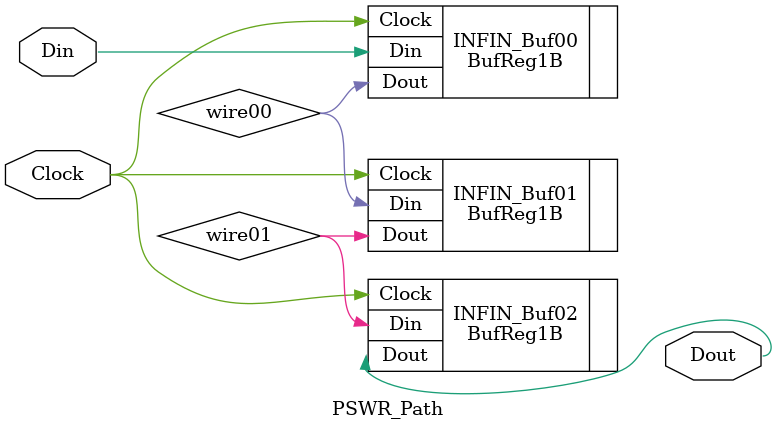
<source format=v>
`timescale	1ns/1ps

module	PSWR_Path(Dout, Din, Clock)	;

output	Dout	;
wire	Dout	;

input	Din	;
wire	Din	;

input	Clock	;
wire	Clock	;


wire	wire00, wire01	;


BufReg1B		INFIN_Buf00(.Dout(wire00), .Din(Din), .Clock(Clock))	;
BufReg1B		INFIN_Buf01(.Dout(wire01), .Din(wire00), .Clock(Clock))	;
BufReg1B		INFIN_Buf02(.Dout(Dout), .Din(wire01), .Clock(Clock))	;


endmodule

</source>
